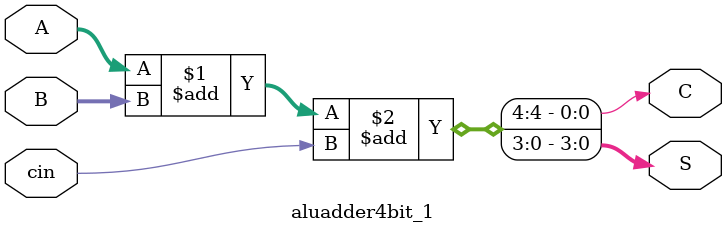
<source format=v>
module aluadder4bit_1(A,B,cin,C,S);
input [3:0]A,B;
input cin;
output [3:0]S;
output C;

assign {C,S} = A+B+cin;

endmodule

</source>
